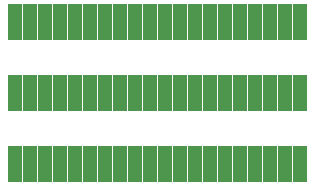
<source format=gbs>
G75*
%MOIN*%
%OFA0B0*%
%FSLAX25Y25*%
%IPPOS*%
%LPD*%
%AMOC8*
5,1,8,0,0,1.08239X$1,22.5*
%
%ADD10R,0.04724X0.12205*%
%ADD11C,0.04369*%
D10*
X0011028Y0015476D03*
X0016028Y0015476D03*
X0021028Y0015476D03*
X0026028Y0015476D03*
X0031028Y0015476D03*
X0036028Y0015476D03*
X0041028Y0015476D03*
X0046028Y0015476D03*
X0051028Y0015476D03*
X0056028Y0015476D03*
X0061028Y0015476D03*
X0066028Y0015476D03*
X0071028Y0015476D03*
X0076028Y0015476D03*
X0081028Y0015476D03*
X0086028Y0015476D03*
X0091028Y0015476D03*
X0096028Y0015476D03*
X0101028Y0015476D03*
X0106028Y0015476D03*
X0106028Y0039098D03*
X0101028Y0039098D03*
X0096028Y0039098D03*
X0091028Y0039098D03*
X0086028Y0039098D03*
X0081028Y0039098D03*
X0076028Y0039098D03*
X0071028Y0039098D03*
X0066028Y0039098D03*
X0061028Y0039098D03*
X0056028Y0039098D03*
X0051028Y0039098D03*
X0046028Y0039098D03*
X0041028Y0039098D03*
X0036028Y0039098D03*
X0031028Y0039098D03*
X0026028Y0039098D03*
X0021028Y0039098D03*
X0016028Y0039098D03*
X0011028Y0039098D03*
X0011028Y0062720D03*
X0016028Y0062720D03*
X0021028Y0062720D03*
X0026028Y0062720D03*
X0031028Y0062720D03*
X0036028Y0062720D03*
X0041028Y0062720D03*
X0046028Y0062720D03*
X0051028Y0062720D03*
X0056028Y0062720D03*
X0061028Y0062720D03*
X0066028Y0062720D03*
X0071028Y0062720D03*
X0076028Y0062720D03*
X0081028Y0062720D03*
X0086028Y0062720D03*
X0091028Y0062720D03*
X0096028Y0062720D03*
X0101028Y0062720D03*
X0106028Y0062720D03*
D11*
X0011028Y0015476D03*
X0016028Y0015476D03*
X0021028Y0015476D03*
X0026028Y0015476D03*
X0031028Y0015476D03*
X0036028Y0015476D03*
X0041028Y0015476D03*
X0046028Y0015476D03*
X0051028Y0015476D03*
X0056028Y0015476D03*
X0061028Y0015476D03*
X0066028Y0015476D03*
X0071028Y0015476D03*
X0076028Y0015476D03*
X0081028Y0015476D03*
X0086028Y0015476D03*
X0091028Y0015476D03*
X0096028Y0015476D03*
X0101028Y0015476D03*
X0106028Y0015476D03*
X0106028Y0039098D03*
X0101028Y0039098D03*
X0096028Y0039098D03*
X0091028Y0039098D03*
X0086028Y0039098D03*
X0081028Y0039098D03*
X0076028Y0039098D03*
X0071028Y0039098D03*
X0066028Y0039098D03*
X0061028Y0039098D03*
X0056028Y0039098D03*
X0051028Y0039098D03*
X0046028Y0039098D03*
X0041028Y0039098D03*
X0036028Y0039098D03*
X0031028Y0039098D03*
X0026028Y0039098D03*
X0021028Y0039098D03*
X0016028Y0039098D03*
X0011028Y0039098D03*
X0011028Y0062720D03*
X0016028Y0062720D03*
X0021028Y0062720D03*
X0026028Y0062720D03*
X0031028Y0062720D03*
X0036028Y0062720D03*
X0041028Y0062720D03*
X0046028Y0062720D03*
X0051028Y0062720D03*
X0056028Y0062720D03*
X0061028Y0062720D03*
X0066028Y0062720D03*
X0071028Y0062720D03*
X0076028Y0062720D03*
X0081028Y0062720D03*
X0086028Y0062720D03*
X0091028Y0062720D03*
X0096028Y0062720D03*
X0101028Y0062720D03*
X0106028Y0062720D03*
M02*

</source>
